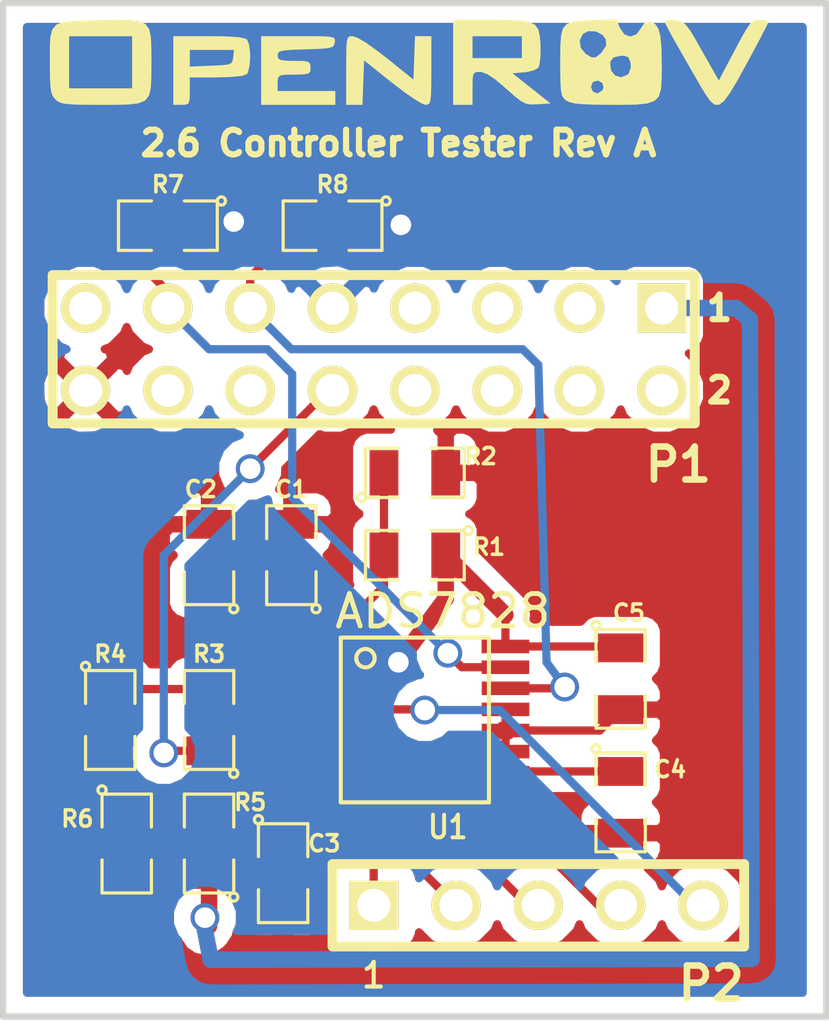
<source format=kicad_pcb>
(kicad_pcb (version 3) (host pcbnew "(2013-05-31 BZR 4019)-stable")

  (general
    (links 38)
    (no_connects 2)
    (area 41.809999 15.5956 67.410001 48.768001)
    (thickness 1.6)
    (drawings 9)
    (tracks 102)
    (zones 0)
    (modules 17)
    (nets 16)
  )

  (page A3)
  (layers
    (15 F.Cu signal)
    (0 B.Cu signal hide)
    (16 B.Adhes user)
    (17 F.Adhes user)
    (18 B.Paste user)
    (19 F.Paste user)
    (20 B.SilkS user)
    (21 F.SilkS user)
    (22 B.Mask user)
    (23 F.Mask user)
    (24 Dwgs.User user)
    (25 Cmts.User user)
    (26 Eco1.User user)
    (27 Eco2.User user)
    (28 Edge.Cuts user)
  )

  (setup
    (last_trace_width 0.254)
    (trace_clearance 0.127)
    (zone_clearance 0.508)
    (zone_45_only no)
    (trace_min 0.254)
    (segment_width 0.2)
    (edge_width 0.2)
    (via_size 0.889)
    (via_drill 0.635)
    (via_min_size 0.889)
    (via_min_drill 0.508)
    (uvia_size 0.508)
    (uvia_drill 0.127)
    (uvias_allowed no)
    (uvia_min_size 0.508)
    (uvia_min_drill 0.127)
    (pcb_text_width 0.3)
    (pcb_text_size 1.5 1.5)
    (mod_edge_width 0.15)
    (mod_text_size 1 1)
    (mod_text_width 0.15)
    (pad_size 0.4191 1.47066)
    (pad_drill 0)
    (pad_to_mask_clearance 0)
    (aux_axis_origin 0 0)
    (visible_elements 7FFFFFFF)
    (pcbplotparams
      (layerselection 284196865)
      (usegerberextensions true)
      (excludeedgelayer true)
      (linewidth 0.150000)
      (plotframeref false)
      (viasonmask false)
      (mode 1)
      (useauxorigin false)
      (hpglpennumber 1)
      (hpglpenspeed 20)
      (hpglpendiameter 15)
      (hpglpenoverlay 2)
      (psnegative false)
      (psa4output false)
      (plotreference true)
      (plotvalue true)
      (plotothertext true)
      (plotinvisibletext false)
      (padsonsilk false)
      (subtractmaskfromsilk false)
      (outputformat 1)
      (mirror false)
      (drillshape 0)
      (scaleselection 1)
      (outputdirectory gerbers/))
  )

  (net 0 "")
  (net 1 /3V3)
  (net 2 /5V)
  (net 3 /CH0)
  (net 4 /CH1)
  (net 5 /CH2)
  (net 6 /CH3)
  (net 7 /CH4)
  (net 8 /CH5)
  (net 9 /CH6)
  (net 10 /CH7)
  (net 11 /REF)
  (net 12 /SCL)
  (net 13 /SDA)
  (net 14 /VBAT)
  (net 15 GND)

  (net_class Default "This is the default net class."
    (clearance 0.127)
    (trace_width 0.254)
    (via_dia 0.889)
    (via_drill 0.635)
    (uvia_dia 0.508)
    (uvia_drill 0.127)
    (add_net "")
    (add_net /5V)
    (add_net /CH0)
    (add_net /CH1)
    (add_net /CH2)
    (add_net /CH3)
    (add_net /CH4)
    (add_net /CH5)
    (add_net /CH6)
    (add_net /CH7)
    (add_net /REF)
    (add_net /SCL)
    (add_net /SDA)
    (add_net GND)
  )

  (net_class /VBAT ""
    (clearance 0.254)
    (trace_width 0.508)
    (via_dia 0.889)
    (via_drill 0.635)
    (uvia_dia 0.508)
    (uvia_drill 0.127)
    (add_net /3V3)
    (add_net /VBAT)
  )

  (module tssop-16 (layer F.Cu) (tedit 52E85146) (tstamp 52E2B6C5)
    (at 54.61 39.37 270)
    (descr TSSOP-16)
    (path /52E19F8A)
    (attr smd)
    (fp_text reference U1 (at 3.302 -1.016 360) (layer F.SilkS)
      (effects (font (size 0.70104 0.59944) (thickness 0.11938)))
    )
    (fp_text value ADS7828 (at -3.3528 -0.8636 360) (layer F.SilkS)
      (effects (font (size 1.00076 1.00076) (thickness 0.14986)))
    )
    (fp_circle (center -1.905 1.524) (end -2.032 1.778) (layer F.SilkS) (width 0.127))
    (fp_line (start 2.54 -2.286) (end -2.54 -2.286) (layer F.SilkS) (width 0.127))
    (fp_line (start -2.54 -2.286) (end -2.54 2.286) (layer F.SilkS) (width 0.127))
    (fp_line (start -2.54 2.286) (end 2.54 2.286) (layer F.SilkS) (width 0.127))
    (fp_line (start 2.54 2.286) (end 2.54 -2.286) (layer F.SilkS) (width 0.127))
    (pad 4 smd rect (at -0.32512 2.79908 270) (size 0.4191 1.47066)
      (layers F.Cu F.Paste F.Mask)
      (net 6 /CH3)
    )
    (pad 5 smd rect (at 0.32512 2.79908 270) (size 0.4191 1.47066)
      (layers F.Cu F.Paste F.Mask)
      (net 7 /CH4)
    )
    (pad 6 smd rect (at 0.97536 2.79908 270) (size 0.4191 1.47066)
      (layers F.Cu F.Paste F.Mask)
      (net 8 /CH5)
    )
    (pad 7 smd rect (at 1.6256 2.79908 270) (size 0.4191 1.47066)
      (layers F.Cu F.Paste F.Mask)
      (net 9 /CH6)
    )
    (pad 16 smd rect (at -2.26568 -2.794 270) (size 0.4191 1.47066)
      (layers F.Cu F.Paste F.Mask)
      (net 1 /3V3)
    )
    (pad 1 smd rect (at -2.27584 2.79908 270) (size 0.4191 1.47066)
      (layers F.Cu F.Paste F.Mask)
      (net 3 /CH0)
    )
    (pad 2 smd rect (at -1.6256 2.79908 270) (size 0.4191 1.47066)
      (layers F.Cu F.Paste F.Mask)
      (net 4 /CH1)
    )
    (pad 3 smd rect (at -0.97536 2.79908 270) (size 0.4191 1.47066)
      (layers F.Cu F.Paste F.Mask)
      (net 5 /CH2)
    )
    (pad 9 smd rect (at 2.27584 -2.79908 270) (size 0.4191 1.47066)
      (layers F.Cu F.Paste F.Mask)
      (net 15 GND)
    )
    (pad 10 smd rect (at 1.6256 -2.79908 270) (size 0.4191 1.47066)
      (layers F.Cu F.Paste F.Mask)
      (net 11 /REF)
    )
    (pad 11 smd rect (at 0.97536 -2.79908 270) (size 0.4191 1.47066)
      (layers F.Cu F.Paste F.Mask)
      (net 15 GND)
    )
    (pad 12 smd rect (at 0.32512 -2.79908 270) (size 0.4191 1.47066)
      (layers F.Cu F.Paste F.Mask)
      (net 15 GND)
    )
    (pad 13 smd rect (at -0.32512 -2.79908 270) (size 0.4191 1.47066)
      (layers F.Cu F.Paste F.Mask)
      (net 15 GND)
    )
    (pad 14 smd rect (at -0.97536 -2.79908 270) (size 0.4191 1.47066)
      (layers F.Cu F.Paste F.Mask)
      (net 12 /SCL)
    )
    (pad 8 smd rect (at 2.27584 2.79908 270) (size 0.4191 1.47066)
      (layers F.Cu F.Paste F.Mask)
      (net 10 /CH7)
    )
    (pad 15 smd rect (at -1.6256 -2.794 270) (size 0.4191 1.47066)
      (layers F.Cu F.Paste F.Mask)
      (net 13 /SDA)
    )
    (model smd/smd_dil/tssop-16.wrl
      (at (xyz 0 0 0))
      (scale (xyz 1 1 1))
      (rotate (xyz 0 0 0))
    )
  )

  (module LOGO (layer F.Cu) (tedit 52E84B27) (tstamp 52E32173)
    (at 54.102 19.05)
    (fp_text reference "" (at 0 2.286) (layer F.SilkS) hide
      (effects (font (size 1.524 1.524) (thickness 0.3048)))
    )
    (fp_text value "" (at 0 -2.286) (layer F.SilkS) hide
      (effects (font (size 1.524 1.524) (thickness 0.3048)))
    )
    (fp_poly (pts (xy -7.62 0.0381) (xy -7.62254 0.49784) (xy -7.64032 0.83566) (xy -7.6962 1.06934)
      (xy -7.81558 1.22174) (xy -8.01878 1.30556) (xy -8.21436 1.32842) (xy -8.21436 0.84582)
      (xy -8.21436 0.04064) (xy -8.21436 -0.762) (xy -9.18718 -0.762) (xy -10.16 -0.762)
      (xy -10.16 0.04064) (xy -10.16 0.84582) (xy -9.18718 0.84582) (xy -8.21436 0.84582)
      (xy -8.21436 1.32842) (xy -8.32866 1.34366) (xy -8.77062 1.35382) (xy -9.2075 1.35382)
      (xy -9.68756 1.35128) (xy -10.03046 1.34366) (xy -10.2616 1.32334) (xy -10.414 1.29286)
      (xy -10.5156 1.24206) (xy -10.58418 1.18364) (xy -10.66038 1.0922) (xy -10.70864 0.96774)
      (xy -10.73658 0.77978) (xy -10.74928 0.49022) (xy -10.75436 0.06858) (xy -10.75436 0.05842)
      (xy -10.75436 -0.40386) (xy -10.73658 -0.73914) (xy -10.67816 -0.96774) (xy -10.55624 -1.11506)
      (xy -10.34796 -1.19634) (xy -10.03046 -1.23444) (xy -9.58088 -1.24968) (xy -9.27354 -1.2573)
      (xy -8.70712 -1.26746) (xy -8.28802 -1.26238) (xy -7.99084 -1.22428) (xy -7.80034 -1.13284)
      (xy -7.68858 -0.97282) (xy -7.63778 -0.72644) (xy -7.62254 -0.37846) (xy -7.62 0.0381)
      (xy -7.62 0.0381)) (layer F.SilkS) (width 0.00254))
    (fp_poly (pts (xy -4.572 -0.127) (xy -4.59232 0.1397) (xy -4.64058 0.34544) (xy -4.6736 0.4064)
      (xy -4.82092 0.45974) (xy -5.06984 0.48514) (xy -5.06984 -0.34036) (xy -5.7531 -0.34036)
      (xy -6.43636 -0.34036) (xy -6.43636 -0.08128) (xy -6.43636 0.17526) (xy -5.7785 0.14986)
      (xy -5.45084 0.13462) (xy -5.25272 0.11176) (xy -5.15112 0.06604) (xy -5.11048 -0.01524)
      (xy -5.09778 -0.10668) (xy -5.06984 -0.34036) (xy -5.06984 0.48514) (xy -5.1181 0.49276)
      (xy -5.55752 0.50546) (xy -5.60578 0.508) (xy -6.43636 0.508) (xy -6.43636 0.92964)
      (xy -6.44144 1.1811) (xy -6.47446 1.30556) (xy -6.56336 1.34874) (xy -6.69036 1.35382)
      (xy -6.94436 1.35382) (xy -6.94436 0.29464) (xy -6.94436 -0.762) (xy -5.85978 -0.762)
      (xy -5.31622 -0.75438) (xy -4.9403 -0.73152) (xy -4.7244 -0.68834) (xy -4.6736 -0.6604)
      (xy -4.61518 -0.52324) (xy -4.57962 -0.28194) (xy -4.572 -0.127) (xy -4.572 -0.127)) (layer F.SilkS) (width 0.00254))
    (fp_poly (pts (xy -1.94818 1.35382) (xy -3.09118 1.35382) (xy -4.23418 1.35382) (xy -4.23418 0.29464)
      (xy -4.23418 -0.762) (xy -3.0861 -0.762) (xy -2.62636 -0.762) (xy -2.30886 -0.75692)
      (xy -2.11074 -0.74168) (xy -2.00406 -0.71628) (xy -1.96088 -0.67056) (xy -1.96088 -0.60198)
      (xy -1.96342 -0.5715) (xy -1.98628 -0.48768) (xy -2.04216 -0.42926) (xy -2.16408 -0.39624)
      (xy -2.38506 -0.37592) (xy -2.73558 -0.36068) (xy -2.8575 -0.35814) (xy -3.2512 -0.34544)
      (xy -3.50266 -0.32512) (xy -3.64744 -0.29718) (xy -3.71094 -0.24892) (xy -3.72618 -0.17526)
      (xy -3.72618 -0.16764) (xy -3.7084 -0.07366) (xy -3.62458 -0.0254) (xy -3.43662 -0.00508)
      (xy -3.21818 0) (xy -2.93624 0.00254) (xy -2.78384 0.02794) (xy -2.72288 0.0889)
      (xy -2.71018 0.2032) (xy -2.71018 0.21082) (xy -2.72034 0.32766) (xy -2.7813 0.39116)
      (xy -2.92608 0.41656) (xy -3.2004 0.42164) (xy -3.21818 0.42164) (xy -3.50012 0.42418)
      (xy -3.65252 0.44958) (xy -3.71348 0.51308) (xy -3.72618 0.635) (xy -3.72618 0.67564)
      (xy -3.72618 0.92964) (xy -2.83718 0.92964) (xy -1.94818 0.92964) (xy -1.94818 1.143)
      (xy -1.94818 1.35382) (xy -1.94818 1.35382)) (layer F.SilkS) (width 0.00254))
    (fp_poly (pts (xy 1.016 0.29464) (xy 1.01346 0.73406) (xy 1.00584 1.03124) (xy 0.98806 1.21412)
      (xy 0.95504 1.31064) (xy 0.90424 1.3462) (xy 0.83566 1.35382) (xy 0.70358 1.30302)
      (xy 0.47498 1.16332) (xy 0.17526 0.95504) (xy -0.15748 0.70104) (xy -0.20066 0.66802)
      (xy -1.05918 -0.01778) (xy -1.08458 0.66802) (xy -1.10998 1.35382) (xy -1.3589 1.35382)
      (xy -1.61036 1.35382) (xy -1.61036 0.29464) (xy -1.60782 -0.14224) (xy -1.60274 -0.43942)
      (xy -1.58496 -0.6223) (xy -1.55448 -0.71882) (xy -1.50114 -0.75692) (xy -1.41986 -0.762)
      (xy -1.4097 -0.762) (xy -1.24714 -0.70612) (xy -0.98044 -0.5461) (xy -0.62992 -0.29464)
      (xy -0.37084 -0.09398) (xy 0.46482 0.57658) (xy 0.49022 -0.09398) (xy 0.51308 -0.76454)
      (xy 0.76454 -0.762) (xy 1.016 -0.762) (xy 1.016 0.29464) (xy 1.016 0.29464)) (layer F.SilkS) (width 0.00254))
    (fp_poly (pts (xy 4.69138 1.31064) (xy 4.29006 1.33604) (xy 4.09194 1.34366) (xy 3.937 1.31826)
      (xy 3.78206 1.23952) (xy 3.58648 1.08712) (xy 3.31978 0.8509) (xy 2.9845 0.56642)
      (xy 2.73304 0.40132) (xy 2.54508 0.33782) (xy 2.51968 0.33782) (xy 2.39014 0.34544)
      (xy 2.31902 0.39624) (xy 2.29108 0.53086) (xy 2.286 0.78994) (xy 2.286 0.84582)
      (xy 2.286 1.35382) (xy 1.98882 1.35382) (xy 1.69164 1.35382) (xy 1.69164 0.04064)
      (xy 1.69164 -1.27) (xy 2.81432 -1.27) (xy 3.35788 -1.26492) (xy 3.75666 -1.24714)
      (xy 4.03352 -1.19888) (xy 4.21132 -1.11506) (xy 4.31292 -0.9779) (xy 4.36118 -0.77978)
      (xy 4.38404 -0.508) (xy 4.38404 -0.47752) (xy 4.38404 -0.1397) (xy 4.35356 0.10922)
      (xy 4.31292 0.21336) (xy 4.17322 0.2921) (xy 3.94208 0.34544) (xy 3.86842 0.35306)
      (xy 3.81 0.3556) (xy 3.81 -0.08636) (xy 3.81 -0.42418) (xy 3.81 -0.762)
      (xy 3.048 -0.762) (xy 2.286 -0.762) (xy 2.286 -0.42418) (xy 2.286 -0.08636)
      (xy 3.048 -0.08636) (xy 3.81 -0.08636) (xy 3.81 0.3556) (xy 3.5179 0.381)
      (xy 4.10464 0.84582) (xy 4.69138 1.31064) (xy 4.69138 1.31064)) (layer F.SilkS) (width 0.00254))
    (fp_poly (pts (xy 8.128 0.13208) (xy 8.12292 0.56134) (xy 8.10006 0.87884) (xy 8.03402 1.09728)
      (xy 7.8994 1.23444) (xy 7.67842 1.31064) (xy 7.34314 1.3462) (xy 7.17296 1.34874)
      (xy 7.17296 0.19558) (xy 7.16026 0.0381) (xy 7.09422 -0.1143) (xy 6.96468 -0.16002)
      (xy 6.8326 -0.15494) (xy 6.6294 -0.10414) (xy 6.54304 0.01778) (xy 6.53288 0.06604)
      (xy 6.56082 0.29718) (xy 6.69036 0.45212) (xy 6.8707 0.50546) (xy 7.05866 0.4318)
      (xy 7.10946 0.381) (xy 7.17296 0.19558) (xy 7.17296 1.34874) (xy 6.87324 1.35382)
      (xy 6.5786 1.35382) (xy 6.4135 1.35128) (xy 6.4135 -0.47244) (xy 6.39826 -0.67056)
      (xy 6.2992 -0.8001) (xy 6.09346 -0.91186) (xy 5.8547 -0.91694) (xy 5.6896 -0.83058)
      (xy 5.59308 -0.63246) (xy 5.6261 -0.40386) (xy 5.77596 -0.21844) (xy 5.96138 -0.10668)
      (xy 6.096 -0.1143) (xy 6.25348 -0.24384) (xy 6.26364 -0.254) (xy 6.4135 -0.47244)
      (xy 6.4135 1.35128) (xy 6.33222 1.35128) (xy 6.33222 0.82296) (xy 6.29412 0.68072)
      (xy 6.16458 0.60706) (xy 6.01472 0.64008) (xy 5.9944 0.65786) (xy 5.93852 0.80264)
      (xy 5.99694 0.94234) (xy 6.12902 1.00076) (xy 6.15696 0.99822) (xy 6.2992 0.9017)
      (xy 6.33222 0.82296) (xy 6.33222 1.35128) (xy 6.06806 1.34874) (xy 5.69976 1.33604)
      (xy 5.44576 1.31064) (xy 5.27812 1.27) (xy 5.1816 1.22174) (xy 5.10286 1.1557)
      (xy 5.04952 1.06934) (xy 5.01904 0.92964) (xy 5.00126 0.70612) (xy 4.99364 0.36576)
      (xy 4.99364 0.04572) (xy 4.99618 -0.43942) (xy 5.01904 -0.78232) (xy 5.08 -1.00838)
      (xy 5.20192 -1.143) (xy 5.40258 -1.21412) (xy 5.7023 -1.2446) (xy 6.00202 -1.2573)
      (xy 6.731 -1.28524) (xy 6.82752 -1.02362) (xy 6.9723 -0.81788) (xy 7.16026 -0.7493)
      (xy 7.35076 -0.82296) (xy 7.47522 -0.99568) (xy 7.59206 -1.1684) (xy 7.75716 -1.20396)
      (xy 7.7724 -1.20142) (xy 7.91464 -1.14554) (xy 8.0137 -1.01092) (xy 8.07974 -0.77724)
      (xy 8.1153 -0.42164) (xy 8.12546 0.08128) (xy 8.128 0.13208) (xy 8.128 0.13208)) (layer F.SilkS) (width 0.00254))
    (fp_poly (pts (xy 11.43 -1.22174) (xy 11.38936 -1.13538) (xy 11.28268 -0.9271) (xy 11.12266 -0.61722)
      (xy 10.91946 -0.23876) (xy 10.74166 0.0889) (xy 10.45464 0.61214) (xy 10.22604 0.99314)
      (xy 10.0457 1.23698) (xy 9.8933 1.35128) (xy 9.75614 1.34874) (xy 9.61898 1.2319)
      (xy 9.46404 1.01092) (xy 9.32688 0.78232) (xy 8.96366 0.1524) (xy 8.68172 -0.34036)
      (xy 8.4709 -0.71374) (xy 8.32612 -0.97536) (xy 8.2423 -1.14046) (xy 8.21182 -1.21666)
      (xy 8.21182 -1.22174) (xy 8.28548 -1.25476) (xy 8.4709 -1.25984) (xy 8.52932 -1.25476)
      (xy 8.66394 -1.23698) (xy 8.77316 -1.19634) (xy 8.8773 -1.10236) (xy 9.00176 -0.93472)
      (xy 9.16432 -0.66802) (xy 9.36498 -0.31242) (xy 9.88568 0.60452) (xy 10.38098 -0.33274)
      (xy 10.58926 -0.72136) (xy 10.74166 -0.98552) (xy 10.85342 -1.14808) (xy 10.94994 -1.23444)
      (xy 11.049 -1.26492) (xy 11.15314 -1.27) (xy 11.3411 -1.2573) (xy 11.42746 -1.22682)
      (xy 11.43 -1.22174) (xy 11.43 -1.22174)) (layer F.SilkS) (width 0.00254))
  )

  (module SM0805 (layer F.Cu) (tedit 52E84A74) (tstamp 52E3243B)
    (at 54.61 31.75)
    (path /52E1A019)
    (attr smd)
    (fp_text reference R2 (at 2.032 -0.508) (layer F.SilkS)
      (effects (font (size 0.50038 0.50038) (thickness 0.10922)))
    )
    (fp_text value "" (at 0 0.381) (layer F.SilkS)
      (effects (font (size 0.50038 0.50038) (thickness 0.10922)))
    )
    (fp_circle (center -1.651 0.762) (end -1.651 0.635) (layer F.SilkS) (width 0.09906))
    (fp_line (start -0.508 0.762) (end -1.524 0.762) (layer F.SilkS) (width 0.09906))
    (fp_line (start -1.524 0.762) (end -1.524 -0.762) (layer F.SilkS) (width 0.09906))
    (fp_line (start -1.524 -0.762) (end -0.508 -0.762) (layer F.SilkS) (width 0.09906))
    (fp_line (start 0.508 -0.762) (end 1.524 -0.762) (layer F.SilkS) (width 0.09906))
    (fp_line (start 1.524 -0.762) (end 1.524 0.762) (layer F.SilkS) (width 0.09906))
    (fp_line (start 1.524 0.762) (end 0.508 0.762) (layer F.SilkS) (width 0.09906))
    (pad 1 smd rect (at -0.9525 0) (size 0.889 1.397)
      (layers F.Cu F.Paste F.Mask)
      (net 3 /CH0)
    )
    (pad 2 smd rect (at 0.9525 0) (size 0.889 1.397)
      (layers F.Cu F.Paste F.Mask)
      (net 15 GND)
    )
    (model smd/chip_cms.wrl
      (at (xyz 0 0 0))
      (scale (xyz 0.1 0.1 0.1))
      (rotate (xyz 0 0 0))
    )
  )

  (module SM0805 (layer F.Cu) (tedit 52E84A72) (tstamp 52E32448)
    (at 54.61 34.29 180)
    (path /52E1A028)
    (attr smd)
    (fp_text reference R1 (at -2.286 0.254 180) (layer F.SilkS)
      (effects (font (size 0.50038 0.50038) (thickness 0.10922)))
    )
    (fp_text value "" (at 0 0.381 180) (layer F.SilkS)
      (effects (font (size 0.50038 0.50038) (thickness 0.10922)))
    )
    (fp_circle (center -1.651 0.762) (end -1.651 0.635) (layer F.SilkS) (width 0.09906))
    (fp_line (start -0.508 0.762) (end -1.524 0.762) (layer F.SilkS) (width 0.09906))
    (fp_line (start -1.524 0.762) (end -1.524 -0.762) (layer F.SilkS) (width 0.09906))
    (fp_line (start -1.524 -0.762) (end -0.508 -0.762) (layer F.SilkS) (width 0.09906))
    (fp_line (start 0.508 -0.762) (end 1.524 -0.762) (layer F.SilkS) (width 0.09906))
    (fp_line (start 1.524 -0.762) (end 1.524 0.762) (layer F.SilkS) (width 0.09906))
    (fp_line (start 1.524 0.762) (end 0.508 0.762) (layer F.SilkS) (width 0.09906))
    (pad 1 smd rect (at -0.9525 0 180) (size 0.889 1.397)
      (layers F.Cu F.Paste F.Mask)
      (net 1 /3V3)
    )
    (pad 2 smd rect (at 0.9525 0 180) (size 0.889 1.397)
      (layers F.Cu F.Paste F.Mask)
      (net 3 /CH0)
    )
    (model smd/chip_cms.wrl
      (at (xyz 0 0 0))
      (scale (xyz 0.1 0.1 0.1))
      (rotate (xyz 0 0 0))
    )
  )

  (module SM0805 (layer F.Cu) (tedit 52E84A62) (tstamp 52E32455)
    (at 48.26 39.37 90)
    (path /52E1A037)
    (attr smd)
    (fp_text reference R3 (at 2.032 0 180) (layer F.SilkS)
      (effects (font (size 0.50038 0.50038) (thickness 0.10922)))
    )
    (fp_text value "" (at 0 0.381 90) (layer F.SilkS)
      (effects (font (size 0.50038 0.50038) (thickness 0.10922)))
    )
    (fp_circle (center -1.651 0.762) (end -1.651 0.635) (layer F.SilkS) (width 0.09906))
    (fp_line (start -0.508 0.762) (end -1.524 0.762) (layer F.SilkS) (width 0.09906))
    (fp_line (start -1.524 0.762) (end -1.524 -0.762) (layer F.SilkS) (width 0.09906))
    (fp_line (start -1.524 -0.762) (end -0.508 -0.762) (layer F.SilkS) (width 0.09906))
    (fp_line (start 0.508 -0.762) (end 1.524 -0.762) (layer F.SilkS) (width 0.09906))
    (fp_line (start 1.524 -0.762) (end 1.524 0.762) (layer F.SilkS) (width 0.09906))
    (fp_line (start 1.524 0.762) (end 0.508 0.762) (layer F.SilkS) (width 0.09906))
    (pad 1 smd rect (at -0.9525 0 90) (size 0.889 1.397)
      (layers F.Cu F.Paste F.Mask)
      (net 2 /5V)
    )
    (pad 2 smd rect (at 0.9525 0 90) (size 0.889 1.397)
      (layers F.Cu F.Paste F.Mask)
      (net 4 /CH1)
    )
    (model smd/chip_cms.wrl
      (at (xyz 0 0 0))
      (scale (xyz 0.1 0.1 0.1))
      (rotate (xyz 0 0 0))
    )
  )

  (module SM0805 (layer F.Cu) (tedit 52E84AB3) (tstamp 52E32462)
    (at 48.26 43.18 90)
    (path /52E1A046)
    (attr smd)
    (fp_text reference R5 (at 1.27 1.27 180) (layer F.SilkS)
      (effects (font (size 0.50038 0.50038) (thickness 0.10922)))
    )
    (fp_text value "" (at 0 0.381 90) (layer F.SilkS)
      (effects (font (size 0.50038 0.50038) (thickness 0.10922)))
    )
    (fp_circle (center -1.651 0.762) (end -1.651 0.635) (layer F.SilkS) (width 0.09906))
    (fp_line (start -0.508 0.762) (end -1.524 0.762) (layer F.SilkS) (width 0.09906))
    (fp_line (start -1.524 0.762) (end -1.524 -0.762) (layer F.SilkS) (width 0.09906))
    (fp_line (start -1.524 -0.762) (end -0.508 -0.762) (layer F.SilkS) (width 0.09906))
    (fp_line (start 0.508 -0.762) (end 1.524 -0.762) (layer F.SilkS) (width 0.09906))
    (fp_line (start 1.524 -0.762) (end 1.524 0.762) (layer F.SilkS) (width 0.09906))
    (fp_line (start 1.524 0.762) (end 0.508 0.762) (layer F.SilkS) (width 0.09906))
    (pad 1 smd rect (at -0.9525 0 90) (size 0.889 1.397)
      (layers F.Cu F.Paste F.Mask)
      (net 14 /VBAT)
    )
    (pad 2 smd rect (at 0.9525 0 90) (size 0.889 1.397)
      (layers F.Cu F.Paste F.Mask)
      (net 5 /CH2)
    )
    (model smd/chip_cms.wrl
      (at (xyz 0 0 0))
      (scale (xyz 0.1 0.1 0.1))
      (rotate (xyz 0 0 0))
    )
  )

  (module SM0805 (layer F.Cu) (tedit 52E84A67) (tstamp 52E3246F)
    (at 45.212 39.37 270)
    (path /52E1A055)
    (attr smd)
    (fp_text reference R4 (at -2.032 0 360) (layer F.SilkS)
      (effects (font (size 0.50038 0.50038) (thickness 0.10922)))
    )
    (fp_text value "" (at 0 0.381 270) (layer F.SilkS)
      (effects (font (size 0.50038 0.50038) (thickness 0.10922)))
    )
    (fp_circle (center -1.651 0.762) (end -1.651 0.635) (layer F.SilkS) (width 0.09906))
    (fp_line (start -0.508 0.762) (end -1.524 0.762) (layer F.SilkS) (width 0.09906))
    (fp_line (start -1.524 0.762) (end -1.524 -0.762) (layer F.SilkS) (width 0.09906))
    (fp_line (start -1.524 -0.762) (end -0.508 -0.762) (layer F.SilkS) (width 0.09906))
    (fp_line (start 0.508 -0.762) (end 1.524 -0.762) (layer F.SilkS) (width 0.09906))
    (fp_line (start 1.524 -0.762) (end 1.524 0.762) (layer F.SilkS) (width 0.09906))
    (fp_line (start 1.524 0.762) (end 0.508 0.762) (layer F.SilkS) (width 0.09906))
    (pad 1 smd rect (at -0.9525 0 270) (size 0.889 1.397)
      (layers F.Cu F.Paste F.Mask)
      (net 4 /CH1)
    )
    (pad 2 smd rect (at 0.9525 0 270) (size 0.889 1.397)
      (layers F.Cu F.Paste F.Mask)
      (net 15 GND)
    )
    (model smd/chip_cms.wrl
      (at (xyz 0 0 0))
      (scale (xyz 0.1 0.1 0.1))
      (rotate (xyz 0 0 0))
    )
  )

  (module SM0805 (layer F.Cu) (tedit 52E84AB1) (tstamp 52E3247C)
    (at 45.72 43.18 270)
    (path /52E1A073)
    (attr smd)
    (fp_text reference R6 (at -0.762 1.524 360) (layer F.SilkS)
      (effects (font (size 0.50038 0.50038) (thickness 0.10922)))
    )
    (fp_text value "" (at 0 0.381 270) (layer F.SilkS)
      (effects (font (size 0.50038 0.50038) (thickness 0.10922)))
    )
    (fp_circle (center -1.651 0.762) (end -1.651 0.635) (layer F.SilkS) (width 0.09906))
    (fp_line (start -0.508 0.762) (end -1.524 0.762) (layer F.SilkS) (width 0.09906))
    (fp_line (start -1.524 0.762) (end -1.524 -0.762) (layer F.SilkS) (width 0.09906))
    (fp_line (start -1.524 -0.762) (end -0.508 -0.762) (layer F.SilkS) (width 0.09906))
    (fp_line (start 0.508 -0.762) (end 1.524 -0.762) (layer F.SilkS) (width 0.09906))
    (fp_line (start 1.524 -0.762) (end 1.524 0.762) (layer F.SilkS) (width 0.09906))
    (fp_line (start 1.524 0.762) (end 0.508 0.762) (layer F.SilkS) (width 0.09906))
    (pad 1 smd rect (at -0.9525 0 270) (size 0.889 1.397)
      (layers F.Cu F.Paste F.Mask)
      (net 5 /CH2)
    )
    (pad 2 smd rect (at 0.9525 0 270) (size 0.889 1.397)
      (layers F.Cu F.Paste F.Mask)
      (net 15 GND)
    )
    (model smd/chip_cms.wrl
      (at (xyz 0 0 0))
      (scale (xyz 0.1 0.1 0.1))
      (rotate (xyz 0 0 0))
    )
  )

  (module SM0805 (layer F.Cu) (tedit 52E84A87) (tstamp 52E32489)
    (at 60.96 41.91 270)
    (path /52E1A29F)
    (attr smd)
    (fp_text reference C4 (at -1.016 -1.524 360) (layer F.SilkS)
      (effects (font (size 0.50038 0.50038) (thickness 0.10922)))
    )
    (fp_text value "" (at 0 0.381 270) (layer F.SilkS)
      (effects (font (size 0.50038 0.50038) (thickness 0.10922)))
    )
    (fp_circle (center -1.651 0.762) (end -1.651 0.635) (layer F.SilkS) (width 0.09906))
    (fp_line (start -0.508 0.762) (end -1.524 0.762) (layer F.SilkS) (width 0.09906))
    (fp_line (start -1.524 0.762) (end -1.524 -0.762) (layer F.SilkS) (width 0.09906))
    (fp_line (start -1.524 -0.762) (end -0.508 -0.762) (layer F.SilkS) (width 0.09906))
    (fp_line (start 0.508 -0.762) (end 1.524 -0.762) (layer F.SilkS) (width 0.09906))
    (fp_line (start 1.524 -0.762) (end 1.524 0.762) (layer F.SilkS) (width 0.09906))
    (fp_line (start 1.524 0.762) (end 0.508 0.762) (layer F.SilkS) (width 0.09906))
    (pad 1 smd rect (at -0.9525 0 270) (size 0.889 1.397)
      (layers F.Cu F.Paste F.Mask)
      (net 11 /REF)
    )
    (pad 2 smd rect (at 0.9525 0 270) (size 0.889 1.397)
      (layers F.Cu F.Paste F.Mask)
      (net 15 GND)
    )
    (model smd/chip_cms.wrl
      (at (xyz 0 0 0))
      (scale (xyz 0.1 0.1 0.1))
      (rotate (xyz 0 0 0))
    )
  )

  (module SM0805 (layer F.Cu) (tedit 52E84A7F) (tstamp 52E32496)
    (at 60.96 38.1 270)
    (path /52E1A2DD)
    (attr smd)
    (fp_text reference C5 (at -2.032 -0.254 360) (layer F.SilkS)
      (effects (font (size 0.50038 0.50038) (thickness 0.10922)))
    )
    (fp_text value "" (at 0 0.381 270) (layer F.SilkS)
      (effects (font (size 0.50038 0.50038) (thickness 0.10922)))
    )
    (fp_circle (center -1.651 0.762) (end -1.651 0.635) (layer F.SilkS) (width 0.09906))
    (fp_line (start -0.508 0.762) (end -1.524 0.762) (layer F.SilkS) (width 0.09906))
    (fp_line (start -1.524 0.762) (end -1.524 -0.762) (layer F.SilkS) (width 0.09906))
    (fp_line (start -1.524 -0.762) (end -0.508 -0.762) (layer F.SilkS) (width 0.09906))
    (fp_line (start 0.508 -0.762) (end 1.524 -0.762) (layer F.SilkS) (width 0.09906))
    (fp_line (start 1.524 -0.762) (end 1.524 0.762) (layer F.SilkS) (width 0.09906))
    (fp_line (start 1.524 0.762) (end 0.508 0.762) (layer F.SilkS) (width 0.09906))
    (pad 1 smd rect (at -0.9525 0 270) (size 0.889 1.397)
      (layers F.Cu F.Paste F.Mask)
      (net 1 /3V3)
    )
    (pad 2 smd rect (at 0.9525 0 270) (size 0.889 1.397)
      (layers F.Cu F.Paste F.Mask)
      (net 15 GND)
    )
    (model smd/chip_cms.wrl
      (at (xyz 0 0 0))
      (scale (xyz 0.1 0.1 0.1))
      (rotate (xyz 0 0 0))
    )
  )

  (module SM0805 (layer F.Cu) (tedit 52E84AD6) (tstamp 52E324A3)
    (at 46.99 24.13 180)
    (path /52E1A42C)
    (attr smd)
    (fp_text reference R7 (at 0 1.27 180) (layer F.SilkS)
      (effects (font (size 0.50038 0.50038) (thickness 0.10922)))
    )
    (fp_text value "" (at 0 0.381 180) (layer F.SilkS)
      (effects (font (size 0.50038 0.50038) (thickness 0.10922)))
    )
    (fp_circle (center -1.651 0.762) (end -1.651 0.635) (layer F.SilkS) (width 0.09906))
    (fp_line (start -0.508 0.762) (end -1.524 0.762) (layer F.SilkS) (width 0.09906))
    (fp_line (start -1.524 0.762) (end -1.524 -0.762) (layer F.SilkS) (width 0.09906))
    (fp_line (start -1.524 -0.762) (end -0.508 -0.762) (layer F.SilkS) (width 0.09906))
    (fp_line (start 0.508 -0.762) (end 1.524 -0.762) (layer F.SilkS) (width 0.09906))
    (fp_line (start 1.524 -0.762) (end 1.524 0.762) (layer F.SilkS) (width 0.09906))
    (fp_line (start 1.524 0.762) (end 0.508 0.762) (layer F.SilkS) (width 0.09906))
    (pad 1 smd rect (at -0.9525 0 180) (size 0.889 1.397)
      (layers F.Cu F.Paste F.Mask)
      (net 1 /3V3)
    )
    (pad 2 smd rect (at 0.9525 0 180) (size 0.889 1.397)
      (layers F.Cu F.Paste F.Mask)
      (net 13 /SDA)
    )
    (model smd/chip_cms.wrl
      (at (xyz 0 0 0))
      (scale (xyz 0.1 0.1 0.1))
      (rotate (xyz 0 0 0))
    )
  )

  (module SM0805 (layer F.Cu) (tedit 52E84AD4) (tstamp 52E324B0)
    (at 52.07 24.13 180)
    (path /52E1A43B)
    (attr smd)
    (fp_text reference R8 (at 0 1.27 180) (layer F.SilkS)
      (effects (font (size 0.50038 0.50038) (thickness 0.10922)))
    )
    (fp_text value "" (at 0 0.381 180) (layer F.SilkS)
      (effects (font (size 0.50038 0.50038) (thickness 0.10922)))
    )
    (fp_circle (center -1.651 0.762) (end -1.651 0.635) (layer F.SilkS) (width 0.09906))
    (fp_line (start -0.508 0.762) (end -1.524 0.762) (layer F.SilkS) (width 0.09906))
    (fp_line (start -1.524 0.762) (end -1.524 -0.762) (layer F.SilkS) (width 0.09906))
    (fp_line (start -1.524 -0.762) (end -0.508 -0.762) (layer F.SilkS) (width 0.09906))
    (fp_line (start 0.508 -0.762) (end 1.524 -0.762) (layer F.SilkS) (width 0.09906))
    (fp_line (start 1.524 -0.762) (end 1.524 0.762) (layer F.SilkS) (width 0.09906))
    (fp_line (start 1.524 0.762) (end 0.508 0.762) (layer F.SilkS) (width 0.09906))
    (pad 1 smd rect (at -0.9525 0 180) (size 0.889 1.397)
      (layers F.Cu F.Paste F.Mask)
      (net 1 /3V3)
    )
    (pad 2 smd rect (at 0.9525 0 180) (size 0.889 1.397)
      (layers F.Cu F.Paste F.Mask)
      (net 12 /SCL)
    )
    (model smd/chip_cms.wrl
      (at (xyz 0 0 0))
      (scale (xyz 0.1 0.1 0.1))
      (rotate (xyz 0 0 0))
    )
  )

  (module SM0805 (layer F.Cu) (tedit 52E84AB5) (tstamp 52E324BD)
    (at 50.546 44.0944 270)
    (path /52E2CA23)
    (attr smd)
    (fp_text reference C3 (at -0.9144 -1.27 360) (layer F.SilkS)
      (effects (font (size 0.50038 0.50038) (thickness 0.10922)))
    )
    (fp_text value "" (at 0 0.381 270) (layer F.SilkS)
      (effects (font (size 0.50038 0.50038) (thickness 0.10922)))
    )
    (fp_circle (center -1.651 0.762) (end -1.651 0.635) (layer F.SilkS) (width 0.09906))
    (fp_line (start -0.508 0.762) (end -1.524 0.762) (layer F.SilkS) (width 0.09906))
    (fp_line (start -1.524 0.762) (end -1.524 -0.762) (layer F.SilkS) (width 0.09906))
    (fp_line (start -1.524 -0.762) (end -0.508 -0.762) (layer F.SilkS) (width 0.09906))
    (fp_line (start 0.508 -0.762) (end 1.524 -0.762) (layer F.SilkS) (width 0.09906))
    (fp_line (start 1.524 -0.762) (end 1.524 0.762) (layer F.SilkS) (width 0.09906))
    (fp_line (start 1.524 0.762) (end 0.508 0.762) (layer F.SilkS) (width 0.09906))
    (pad 1 smd rect (at -0.9525 0 270) (size 0.889 1.397)
      (layers F.Cu F.Paste F.Mask)
      (net 5 /CH2)
    )
    (pad 2 smd rect (at 0.9525 0 270) (size 0.889 1.397)
      (layers F.Cu F.Paste F.Mask)
      (net 15 GND)
    )
    (model smd/chip_cms.wrl
      (at (xyz 0 0 0))
      (scale (xyz 0.1 0.1 0.1))
      (rotate (xyz 0 0 0))
    )
  )

  (module SM0805 (layer F.Cu) (tedit 52E84A59) (tstamp 52E324CA)
    (at 48.26 34.29 90)
    (path /52E2CA32)
    (attr smd)
    (fp_text reference C2 (at 2.032 -0.254 180) (layer F.SilkS)
      (effects (font (size 0.50038 0.50038) (thickness 0.10922)))
    )
    (fp_text value "" (at 1.27 -1.778 90) (layer F.SilkS)
      (effects (font (size 0.50038 0.50038) (thickness 0.10922)))
    )
    (fp_circle (center -1.651 0.762) (end -1.651 0.635) (layer F.SilkS) (width 0.09906))
    (fp_line (start -0.508 0.762) (end -1.524 0.762) (layer F.SilkS) (width 0.09906))
    (fp_line (start -1.524 0.762) (end -1.524 -0.762) (layer F.SilkS) (width 0.09906))
    (fp_line (start -1.524 -0.762) (end -0.508 -0.762) (layer F.SilkS) (width 0.09906))
    (fp_line (start 0.508 -0.762) (end 1.524 -0.762) (layer F.SilkS) (width 0.09906))
    (fp_line (start 1.524 -0.762) (end 1.524 0.762) (layer F.SilkS) (width 0.09906))
    (fp_line (start 1.524 0.762) (end 0.508 0.762) (layer F.SilkS) (width 0.09906))
    (pad 1 smd rect (at -0.9525 0 90) (size 0.889 1.397)
      (layers F.Cu F.Paste F.Mask)
      (net 4 /CH1)
    )
    (pad 2 smd rect (at 0.9525 0 90) (size 0.889 1.397)
      (layers F.Cu F.Paste F.Mask)
      (net 15 GND)
    )
    (model smd/chip_cms.wrl
      (at (xyz 0 0 0))
      (scale (xyz 0.1 0.1 0.1))
      (rotate (xyz 0 0 0))
    )
  )

  (module SM0805 (layer F.Cu) (tedit 52E84A5C) (tstamp 52E324D7)
    (at 50.8 34.29 90)
    (path /52E2CA41)
    (attr smd)
    (fp_text reference C1 (at 2.032 0 180) (layer F.SilkS)
      (effects (font (size 0.50038 0.50038) (thickness 0.10922)))
    )
    (fp_text value "" (at 0 0.381 90) (layer F.SilkS)
      (effects (font (size 0.50038 0.50038) (thickness 0.10922)))
    )
    (fp_circle (center -1.651 0.762) (end -1.651 0.635) (layer F.SilkS) (width 0.09906))
    (fp_line (start -0.508 0.762) (end -1.524 0.762) (layer F.SilkS) (width 0.09906))
    (fp_line (start -1.524 0.762) (end -1.524 -0.762) (layer F.SilkS) (width 0.09906))
    (fp_line (start -1.524 -0.762) (end -0.508 -0.762) (layer F.SilkS) (width 0.09906))
    (fp_line (start 0.508 -0.762) (end 1.524 -0.762) (layer F.SilkS) (width 0.09906))
    (fp_line (start 1.524 -0.762) (end 1.524 0.762) (layer F.SilkS) (width 0.09906))
    (fp_line (start 1.524 0.762) (end 0.508 0.762) (layer F.SilkS) (width 0.09906))
    (pad 1 smd rect (at -0.9525 0 90) (size 0.889 1.397)
      (layers F.Cu F.Paste F.Mask)
      (net 3 /CH0)
    )
    (pad 2 smd rect (at 0.9525 0 90) (size 0.889 1.397)
      (layers F.Cu F.Paste F.Mask)
      (net 15 GND)
    )
    (model smd/chip_cms.wrl
      (at (xyz 0 0 0))
      (scale (xyz 0.1 0.1 0.1))
      (rotate (xyz 0 0 0))
    )
  )

  (module pin_array_8x2 (layer F.Cu) (tedit 52E85215) (tstamp 52E32718)
    (at 53.34 27.94 180)
    (descr "Double rangee de contacts 2 x 8 pins")
    (tags CONN)
    (path /52E1A082)
    (fp_text reference "" (at -9.652 -3.302 180) (layer F.SilkS)
      (effects (font (size 1.016 1.016) (thickness 0.2032)))
    )
    (fp_text value "" (at -6.35 3.81 180) (layer F.SilkS)
      (effects (font (size 1.016 1.016) (thickness 0.2032)))
    )
    (fp_line (start -9.906 2.286) (end -9.906 -2.286) (layer F.SilkS) (width 0.3048))
    (fp_line (start -9.906 -2.286) (end 9.906 -2.286) (layer F.SilkS) (width 0.3048))
    (fp_line (start 9.906 -2.286) (end 9.906 2.286) (layer F.SilkS) (width 0.3048))
    (fp_line (start 9.906 2.286) (end -9.906 2.286) (layer F.SilkS) (width 0.3048))
    (pad 1 thru_hole rect (at -8.89 1.27 180) (size 1.524 1.524) (drill 1.016)
      (layers *.Cu *.Mask F.SilkS)
      (net 14 /VBAT)
    )
    (pad 2 thru_hole circle (at -8.89 -1.27 180) (size 1.524 1.524) (drill 1.016)
      (layers *.Cu *.Mask F.SilkS)
    )
    (pad 3 thru_hole circle (at -6.35 1.27 180) (size 1.524 1.524) (drill 1.016)
      (layers *.Cu *.Mask F.SilkS)
    )
    (pad 4 thru_hole circle (at -6.35 -1.27 180) (size 1.524 1.524) (drill 1.016)
      (layers *.Cu *.Mask F.SilkS)
    )
    (pad 5 thru_hole circle (at -3.81 1.27 180) (size 1.524 1.524) (drill 1.016)
      (layers *.Cu *.Mask F.SilkS)
    )
    (pad 6 thru_hole circle (at -3.81 -1.27 180) (size 1.524 1.524) (drill 1.016)
      (layers *.Cu *.Mask F.SilkS)
    )
    (pad 7 thru_hole circle (at -1.27 1.27 180) (size 1.524 1.524) (drill 1.016)
      (layers *.Cu *.Mask F.SilkS)
    )
    (pad 8 thru_hole circle (at -1.27 -1.27 180) (size 1.524 1.524) (drill 1.016)
      (layers *.Cu *.Mask F.SilkS)
    )
    (pad 9 thru_hole circle (at 1.27 1.27 180) (size 1.524 1.524) (drill 1.016)
      (layers *.Cu *.Mask F.SilkS)
      (net 1 /3V3)
    )
    (pad 10 thru_hole circle (at 1.27 -1.27 180) (size 1.524 1.524) (drill 1.016)
      (layers *.Cu *.Mask F.SilkS)
      (net 2 /5V)
    )
    (pad 11 thru_hole circle (at 3.81 1.27 180) (size 1.524 1.524) (drill 1.016)
      (layers *.Cu *.Mask F.SilkS)
      (net 12 /SCL)
    )
    (pad 12 thru_hole circle (at 3.81 -1.27 180) (size 1.524 1.524) (drill 1.016)
      (layers *.Cu *.Mask F.SilkS)
    )
    (pad 13 thru_hole circle (at 6.35 1.27 180) (size 1.524 1.524) (drill 1.016)
      (layers *.Cu *.Mask F.SilkS)
      (net 13 /SDA)
    )
    (pad 14 thru_hole circle (at 6.35 -1.27 180) (size 1.524 1.524) (drill 1.016)
      (layers *.Cu *.Mask F.SilkS)
    )
    (pad 15 thru_hole circle (at 8.89 1.27 180) (size 1.524 1.524) (drill 1.016)
      (layers *.Cu *.Mask F.SilkS)
    )
    (pad 16 thru_hole circle (at 8.89 -1.27 180) (size 1.524 1.524) (drill 1.016)
      (layers *.Cu *.Mask F.SilkS)
      (net 15 GND)
    )
    (model pin_array/pins_array_8x2.wrl
      (at (xyz 0 0 0))
      (scale (xyz 1 1 1))
      (rotate (xyz 0 0 0))
    )
  )

  (module PIN_ARRAY_5x1 (layer F.Cu) (tedit 52E85153) (tstamp 52E9E590)
    (at 58.42 45.085)
    (descr "Double rangee de contacts 2 x 5 pins")
    (tags CONN)
    (path /52E83FB3)
    (fp_text reference P2 (at 5.334 2.413) (layer F.SilkS)
      (effects (font (size 1.016 1.016) (thickness 0.2032)))
    )
    (fp_text value "" (at 0 2.54) (layer F.SilkS) hide
      (effects (font (size 1.016 1.016) (thickness 0.2032)))
    )
    (fp_line (start -6.35 -1.27) (end -6.35 1.27) (layer F.SilkS) (width 0.3048))
    (fp_line (start 6.35 1.27) (end 6.35 -1.27) (layer F.SilkS) (width 0.3048))
    (fp_line (start -6.35 -1.27) (end 6.35 -1.27) (layer F.SilkS) (width 0.3048))
    (fp_line (start 6.35 1.27) (end -6.35 1.27) (layer F.SilkS) (width 0.3048))
    (pad 1 thru_hole rect (at -5.08 0) (size 1.524 1.524) (drill 1.016)
      (layers *.Cu *.Mask F.SilkS)
      (net 10 /CH7)
    )
    (pad 2 thru_hole circle (at -2.54 0) (size 1.524 1.524) (drill 1.016)
      (layers *.Cu *.Mask F.SilkS)
      (net 9 /CH6)
    )
    (pad 3 thru_hole circle (at 0 0) (size 1.524 1.524) (drill 1.016)
      (layers *.Cu *.Mask F.SilkS)
      (net 8 /CH5)
    )
    (pad 4 thru_hole circle (at 2.54 0) (size 1.524 1.524) (drill 1.016)
      (layers *.Cu *.Mask F.SilkS)
      (net 7 /CH4)
    )
    (pad 5 thru_hole circle (at 5.08 0) (size 1.524 1.524) (drill 1.016)
      (layers *.Cu *.Mask F.SilkS)
      (net 6 /CH3)
    )
    (model pin_array/pins_array_5x1.wrl
      (at (xyz 0 0 0))
      (scale (xyz 1 1 1))
      (rotate (xyz 0 0 0))
    )
  )

  (gr_line (start 41.91 48.514) (end 41.91 17.272) (angle 90) (layer Edge.Cuts) (width 0.2))
  (gr_line (start 67.31 48.514) (end 41.91 48.514) (angle 90) (layer Edge.Cuts) (width 0.2))
  (gr_line (start 67.31 17.272) (end 67.31 48.514) (angle 90) (layer Edge.Cuts) (width 0.2))
  (gr_text P1 (at 62.738 31.496) (layer F.SilkS)
    (effects (font (size 1.016 1.016) (thickness 0.2032)))
  )
  (gr_text 1 (at 53.34 47.244) (layer F.SilkS)
    (effects (font (size 0.762 0.762) (thickness 0.127)))
  )
  (gr_line (start 67.31 17.272) (end 41.91 17.272) (angle 90) (layer Edge.Cuts) (width 0.2))
  (gr_text 2 (at 64.008 29.21) (layer F.SilkS)
    (effects (font (size 0.762 0.762) (thickness 0.1905)))
  )
  (gr_text 1 (at 64.008 26.67) (layer F.SilkS)
    (effects (font (size 0.762 0.762) (thickness 0.1905)))
  )
  (gr_text "2.6 Controller Tester Rev A\n" (at 54.102 21.59) (layer F.SilkS)
    (effects (font (size 0.762 0.762) (thickness 0.1905)))
  )

  (segment (start 55.5625 34.29) (end 55.5625 35.6235) (width 0.508) (layer F.Cu) (net 1))
  (via (at 54.102 37.592) (size 0.889) (layers F.Cu B.Cu) (net 1))
  (segment (start 55.5625 35.6235) (end 54.102 37.592) (width 0.508) (layer F.Cu) (net 1) (tstamp 52E9E97E))
  (segment (start 53.0225 24.13) (end 54.1528 24.13) (width 0.254) (layer F.Cu) (net 1))
  (via (at 54.1782 24.1046) (size 0.889) (layers F.Cu B.Cu) (net 1))
  (segment (start 54.1528 24.13) (end 54.1782 24.1046) (width 0.254) (layer F.Cu) (net 1) (tstamp 52E9E676))
  (segment (start 53.0225 24.13) (end 53.0225 25.7175) (width 0.254) (layer F.Cu) (net 1))
  (segment (start 47.9425 24.13) (end 48.895 24.13) (width 0.254) (layer F.Cu) (net 1))
  (segment (start 49.022 24.003) (end 49.149 24.13) (width 0.254) (layer B.Cu) (net 1) (tstamp 52E32B38))
  (via (at 49.022 24.003) (size 0.889) (layers F.Cu B.Cu) (net 1))
  (segment (start 48.895 24.13) (end 49.022 24.003) (width 0.254) (layer F.Cu) (net 1) (tstamp 52E32B36))
  (segment (start 57.404 37.10432) (end 60.91682 37.10432) (width 0.254) (layer F.Cu) (net 1))
  (segment (start 60.91682 37.10432) (end 60.96 37.1475) (width 0.508) (layer F.Cu) (net 1) (tstamp 52E32AA3))
  (segment (start 57.404 37.10432) (end 57.404 36.1315) (width 0.254) (layer F.Cu) (net 1))
  (segment (start 57.404 36.1315) (end 55.5625 34.29) (width 0.508) (layer F.Cu) (net 1) (tstamp 52E32A8C))
  (segment (start 53.0225 25.7175) (end 52.07 26.67) (width 0.254) (layer F.Cu) (net 1) (tstamp 52E32B40))
  (segment (start 52.07 29.21) (end 51.943 29.21) (width 0.254) (layer F.Cu) (net 2))
  (segment (start 51.943 29.21) (end 49.53 31.623) (width 0.254) (layer F.Cu) (net 2) (tstamp 52E32B78))
  (segment (start 46.9265 40.3225) (end 48.26 40.3225) (width 0.254) (layer F.Cu) (net 2) (tstamp 52E32B7F))
  (segment (start 46.863 40.386) (end 46.9265 40.3225) (width 0.254) (layer F.Cu) (net 2) (tstamp 52E32B7E))
  (via (at 46.863 40.386) (size 0.889) (layers F.Cu B.Cu) (net 2))
  (segment (start 46.863 34.29) (end 46.863 40.386) (width 0.254) (layer B.Cu) (net 2) (tstamp 52E32B7B))
  (segment (start 49.53 31.623) (end 46.863 34.29) (width 0.254) (layer B.Cu) (net 2) (tstamp 52E32B7A))
  (via (at 49.53 31.623) (size 0.889) (layers F.Cu B.Cu) (net 2))
  (segment (start 53.6575 34.29) (end 53.6575 31.75) (width 0.254) (layer F.Cu) (net 3))
  (segment (start 50.8 35.2425) (end 50.8 36.08324) (width 0.254) (layer F.Cu) (net 3))
  (segment (start 50.8 36.08324) (end 51.81092 37.09416) (width 0.254) (layer F.Cu) (net 3) (tstamp 52E32A92))
  (segment (start 53.6575 34.29) (end 53.6575 35.24758) (width 0.254) (layer F.Cu) (net 3))
  (segment (start 53.6575 35.24758) (end 51.81092 37.09416) (width 0.254) (layer F.Cu) (net 3) (tstamp 52E32A8F))
  (segment (start 45.212 38.4175) (end 48.26 38.4175) (width 0.254) (layer F.Cu) (net 4) (status 10))
  (segment (start 51.81092 37.7444) (end 48.9331 37.7444) (width 0.254) (layer F.Cu) (net 4))
  (segment (start 48.9331 37.7444) (end 48.26 38.4175) (width 0.254) (layer F.Cu) (net 4) (tstamp 52E32A9A))
  (segment (start 48.26 35.2425) (end 48.3235 35.2425) (width 0.254) (layer F.Cu) (net 4))
  (segment (start 50.8254 37.7444) (end 51.81092 37.7444) (width 0.254) (layer F.Cu) (net 4) (tstamp 52E32A97))
  (segment (start 48.3235 35.2425) (end 50.8254 37.7444) (width 0.254) (layer F.Cu) (net 4) (tstamp 52E32A96))
  (segment (start 50.546 43.1419) (end 50.546 43.0784) (width 0.254) (layer F.Cu) (net 5) (status 30))
  (segment (start 50.546 43.0784) (end 49.403 41.275) (width 0.254) (layer F.Cu) (net 5) (tstamp 52E32B85) (status 10))
  (segment (start 48.26 42.2275) (end 48.4505 42.2275) (width 0.254) (layer F.Cu) (net 5))
  (segment (start 49.99736 38.39464) (end 51.81092 38.39464) (width 0.254) (layer F.Cu) (net 5) (tstamp 52E32B1E))
  (segment (start 49.911 38.481) (end 49.99736 38.39464) (width 0.254) (layer F.Cu) (net 5) (tstamp 52E32B1D))
  (segment (start 49.911 40.767) (end 49.911 38.481) (width 0.254) (layer F.Cu) (net 5) (tstamp 52E32B1B))
  (segment (start 48.4505 42.2275) (end 49.403 41.275) (width 0.254) (layer F.Cu) (net 5) (tstamp 52E32B1A))
  (segment (start 49.403 41.275) (end 49.911 40.767) (width 0.254) (layer F.Cu) (net 5) (tstamp 52E32B88))
  (segment (start 48.26 42.2275) (end 45.72 42.2275) (width 0.254) (layer F.Cu) (net 5) (tstamp 52E32B17))
  (segment (start 63.5 45.085) (end 63.246 45.085) (width 0.254) (layer B.Cu) (net 6))
  (segment (start 54.89448 39.04488) (end 51.81092 39.04488) (width 0.254) (layer F.Cu) (net 6) (tstamp 52E9E64F))
  (segment (start 54.9148 39.0652) (end 54.89448 39.04488) (width 0.254) (layer F.Cu) (net 6) (tstamp 52E9E64E))
  (via (at 54.9148 39.0652) (size 0.889) (layers F.Cu B.Cu) (net 6))
  (segment (start 57.2262 39.0652) (end 54.9148 39.0652) (width 0.254) (layer B.Cu) (net 6) (tstamp 52E9E64B))
  (segment (start 63.246 45.085) (end 57.2262 39.0652) (width 0.254) (layer B.Cu) (net 6) (tstamp 52E9E64A))
  (segment (start 60.96 45.085) (end 60.2742 45.085) (width 0.254) (layer F.Cu) (net 7))
  (segment (start 53.43652 39.69512) (end 51.81092 39.69512) (width 0.254) (layer F.Cu) (net 7) (tstamp 52E9E5FC))
  (segment (start 57.5056 43.7642) (end 53.43652 39.69512) (width 0.254) (layer F.Cu) (net 7) (tstamp 52E9E5FA))
  (segment (start 58.9534 43.7642) (end 57.5056 43.7642) (width 0.254) (layer F.Cu) (net 7) (tstamp 52E9E5F9))
  (segment (start 60.2742 45.085) (end 58.9534 43.7642) (width 0.254) (layer F.Cu) (net 7) (tstamp 52E9E5F8))
  (segment (start 58.42 45.085) (end 58.0898 45.085) (width 0.254) (layer F.Cu) (net 8))
  (segment (start 52.96916 40.34536) (end 51.81092 40.34536) (width 0.254) (layer F.Cu) (net 8) (tstamp 52E9E5F4))
  (segment (start 55.499 42.8752) (end 52.96916 40.34536) (width 0.254) (layer F.Cu) (net 8) (tstamp 52E9E5F3))
  (segment (start 55.88 42.8752) (end 55.499 42.8752) (width 0.254) (layer F.Cu) (net 8) (tstamp 52E9E5F2))
  (segment (start 58.0898 45.085) (end 55.88 42.8752) (width 0.254) (layer F.Cu) (net 8) (tstamp 52E9E5F1))
  (segment (start 55.88 45.085) (end 54.5592 43.7642) (width 0.254) (layer F.Cu) (net 9))
  (segment (start 52.7812 40.9956) (end 51.81092 40.9956) (width 0.254) (layer F.Cu) (net 9) (tstamp 52E9E5EE))
  (segment (start 54.5592 42.7736) (end 52.7812 40.9956) (width 0.254) (layer F.Cu) (net 9) (tstamp 52E9E5ED))
  (segment (start 54.5592 43.7642) (end 54.5592 42.7736) (width 0.254) (layer F.Cu) (net 9) (tstamp 52E9E5EC))
  (segment (start 53.34 45.085) (end 53.34 43.17492) (width 0.254) (layer F.Cu) (net 10))
  (segment (start 53.34 43.17492) (end 51.81092 41.64584) (width 0.254) (layer F.Cu) (net 10) (tstamp 52E9E5E8))
  (segment (start 60.96 40.9575) (end 57.44718 40.9575) (width 0.254) (layer F.Cu) (net 11))
  (segment (start 57.44718 40.9575) (end 57.40908 40.9956) (width 0.254) (layer F.Cu) (net 11) (tstamp 52E32A9F))
  (segment (start 57.40908 38.39464) (end 59.19216 38.39464) (width 0.254) (layer F.Cu) (net 12))
  (segment (start 50.8 27.94) (end 49.53 26.67) (width 0.254) (layer B.Cu) (net 12) (tstamp 52E9E665))
  (segment (start 57.9374 27.94) (end 50.8 27.94) (width 0.254) (layer B.Cu) (net 12) (tstamp 52E9E664))
  (segment (start 58.42 28.4226) (end 57.9374 27.94) (width 0.254) (layer B.Cu) (net 12) (tstamp 52E9E663))
  (segment (start 58.674 37.592) (end 58.42 28.4226) (width 0.254) (layer B.Cu) (net 12) (tstamp 52E9E662))
  (segment (start 59.2328 38.354) (end 58.674 37.592) (width 0.254) (layer B.Cu) (net 12) (tstamp 52E9E661))
  (via (at 59.2328 38.354) (size 0.889) (layers F.Cu B.Cu) (net 12))
  (segment (start 59.19216 38.39464) (end 59.2328 38.354) (width 0.254) (layer F.Cu) (net 12) (tstamp 52E9E65F))
  (segment (start 49.53 26.67) (end 49.53 25.7175) (width 0.254) (layer F.Cu) (net 12))
  (segment (start 49.53 25.7175) (end 51.1175 24.13) (width 0.254) (layer F.Cu) (net 12) (tstamp 52E32B2F))
  (segment (start 57.404 37.7444) (end 56.0578 37.7444) (width 0.254) (layer F.Cu) (net 13))
  (segment (start 48.26 27.94) (end 46.99 26.67) (width 0.254) (layer B.Cu) (net 13) (tstamp 52E9E671))
  (segment (start 50.0634 27.94) (end 48.26 27.94) (width 0.254) (layer B.Cu) (net 13) (tstamp 52E9E670))
  (segment (start 50.8254 28.702) (end 50.0634 27.94) (width 0.254) (layer B.Cu) (net 13) (tstamp 52E9E66F))
  (segment (start 50.8254 32.512) (end 50.8254 28.702) (width 0.254) (layer B.Cu) (net 13) (tstamp 52E9E66D))
  (segment (start 55.626 37.3126) (end 50.8254 32.512) (width 0.254) (layer B.Cu) (net 13) (tstamp 52E9E66C))
  (via (at 55.626 37.3126) (size 0.889) (layers F.Cu B.Cu) (net 13))
  (segment (start 56.0578 37.7444) (end 55.626 37.3126) (width 0.254) (layer F.Cu) (net 13) (tstamp 52E9E66A))
  (segment (start 46.99 26.67) (end 46.99 26.162) (width 0.254) (layer F.Cu) (net 13))
  (segment (start 46.0375 25.2095) (end 46.0375 24.13) (width 0.254) (layer F.Cu) (net 13) (tstamp 52E32B2C))
  (segment (start 46.99 26.162) (end 46.0375 25.2095) (width 0.254) (layer F.Cu) (net 13) (tstamp 52E32B2B))
  (segment (start 62.23 26.67) (end 64.516 26.67) (width 0.508) (layer B.Cu) (net 14))
  (segment (start 48.26 45.72) (end 48.26 44.1325) (width 0.508) (layer F.Cu) (net 14) (tstamp 52E32AD0))
  (segment (start 48.133 45.847) (end 48.26 45.72) (width 0.508) (layer F.Cu) (net 14) (tstamp 52E32ACF))
  (segment (start 48.133 45.466) (end 48.133 45.847) (width 0.508) (layer F.Cu) (net 14) (tstamp 52E32ACE))
  (via (at 48.133 45.466) (size 0.889) (layers F.Cu B.Cu) (net 14))
  (segment (start 48.133 45.847) (end 48.133 45.466) (width 0.508) (layer B.Cu) (net 14) (tstamp 52E32ACC))
  (segment (start 48.3108 46.7614) (end 48.133 45.847) (width 0.508) (layer B.Cu) (net 14) (tstamp 52E32ACB))
  (segment (start 64.9986 46.736) (end 48.3108 46.7614) (width 0.508) (layer B.Cu) (net 14) (tstamp 52E32ACA))
  (segment (start 64.9478 27.0256) (end 64.9986 46.736) (width 0.508) (layer B.Cu) (net 14) (tstamp 52E32AC9))
  (segment (start 64.516 26.67) (end 64.9478 27.0256) (width 0.508) (layer B.Cu) (net 14) (tstamp 52E32AC8))
  (segment (start 57.40908 39.69512) (end 60.31738 39.69512) (width 0.254) (layer F.Cu) (net 15))
  (segment (start 60.31738 39.69512) (end 60.96 39.0525) (width 0.254) (layer F.Cu) (net 15) (tstamp 52E9E921))
  (segment (start 57.40908 39.04488) (end 57.40908 40.34536) (width 0.254) (layer F.Cu) (net 15))

  (zone (net 15) (net_name GND) (layer F.Cu) (tstamp 52E9E706) (hatch edge 0.508)
    (connect_pads (clearance 0.508))
    (min_thickness 0.254)
    (fill (arc_segments 16) (thermal_gap 0.508) (thermal_bridge_width 0.508))
    (polygon
      (pts
        (xy 67.3608 48.768) (xy 41.9608 48.768) (xy 41.91 17.272) (xy 67.31 17.272)
      )
    )
    (filled_polygon
      (pts
        (xy 57.53608 39.84212) (xy 57.28208 39.84212) (xy 57.28208 39.799895) (xy 57.28208 39.73068) (xy 57.28208 39.65956)
        (xy 57.28208 39.590345) (xy 57.28208 39.54812) (xy 57.53608 39.54812) (xy 57.53608 39.590345) (xy 57.53608 39.65956)
        (xy 57.53608 39.73068) (xy 57.53608 39.799895) (xy 57.53608 39.84212)
      )
    )
    (filled_polygon
      (pts
        (xy 66.575 47.779) (xy 64.897241 47.779) (xy 64.897241 44.808339) (xy 64.685009 44.294697) (xy 64.29237 43.901372)
        (xy 63.779099 43.688244) (xy 63.223339 43.687759) (xy 62.709697 43.899991) (xy 62.316372 44.29263) (xy 62.23005 44.500514)
        (xy 62.145009 44.294697) (xy 61.790632 43.939701) (xy 62.018668 43.845013) (xy 62.197141 43.666229) (xy 62.29361 43.432755)
        (xy 62.2935 43.14825) (xy 62.13475 42.9895) (xy 61.087 42.9895) (xy 61.087 43.0095) (xy 60.833 43.0095)
        (xy 60.833 42.9895) (xy 59.78525 42.9895) (xy 59.6265 43.14825) (xy 59.626418 43.359588) (xy 59.492215 43.225385)
        (xy 59.245005 43.060204) (xy 58.9534 43.0022) (xy 57.82123 43.0022) (xy 57.216375 42.397345) (xy 57.28208 42.33164)
        (xy 57.28208 41.84026) (xy 57.53608 41.84026) (xy 57.53608 42.33164) (xy 57.69483 42.49039) (xy 58.018655 42.4905)
        (xy 58.271274 42.490279) (xy 58.504578 42.393403) (xy 58.683051 42.214619) (xy 58.77952 41.981145) (xy 58.77941 41.909365)
        (xy 58.642887 41.772842) (xy 58.77941 41.772842) (xy 58.77941 41.7195) (xy 59.705617 41.7195) (xy 59.722859 41.761229)
        (xy 59.871371 41.91) (xy 59.722859 42.058771) (xy 59.62639 42.292245) (xy 59.6265 42.57675) (xy 59.78525 42.7355)
        (xy 60.833 42.7355) (xy 60.833 42.7155) (xy 61.087 42.7155) (xy 61.087 42.7355) (xy 62.13475 42.7355)
        (xy 62.2935 42.57675) (xy 62.29361 42.292245) (xy 62.197141 42.058771) (xy 62.048526 41.909897) (xy 62.196513 41.762168)
        (xy 62.293389 41.528864) (xy 62.29361 41.276245) (xy 62.29361 40.387245) (xy 62.197141 40.153771) (xy 62.048628 40.005)
        (xy 62.197141 39.856229) (xy 62.29361 39.622755) (xy 62.2935 39.33825) (xy 62.13475 39.1795) (xy 61.087 39.1795)
        (xy 61.087 39.1995) (xy 60.833 39.1995) (xy 60.833 39.1795) (xy 60.813 39.1795) (xy 60.813 38.9255)
        (xy 60.833 38.9255) (xy 60.833 38.9055) (xy 61.087 38.9055) (xy 61.087 38.9255) (xy 62.13475 38.9255)
        (xy 62.2935 38.76675) (xy 62.29361 38.482245) (xy 62.197141 38.248771) (xy 62.048526 38.099897) (xy 62.196513 37.952168)
        (xy 62.293389 37.718864) (xy 62.29361 37.466245) (xy 62.29361 36.577245) (xy 62.197141 36.343771) (xy 62.018668 36.164987)
        (xy 61.785364 36.068111) (xy 61.532745 36.06789) (xy 60.135745 36.06789) (xy 59.902271 36.164359) (xy 59.723999 36.34232)
        (xy 58.464729 36.34232) (xy 58.267366 36.260367) (xy 58.293 36.1315) (xy 58.225329 35.791294) (xy 58.032618 35.502882)
        (xy 56.64211 34.112374) (xy 56.64211 33.465745) (xy 56.545641 33.232271) (xy 56.367168 33.053487) (xy 56.286612 33.020037)
        (xy 56.366229 32.987141) (xy 56.545013 32.808668) (xy 56.641889 32.575364) (xy 56.64211 32.322745) (xy 56.64211 31.177255)
        (xy 56.641889 30.924636) (xy 56.545013 30.691332) (xy 56.366229 30.512859) (xy 56.132755 30.41639) (xy 55.84825 30.4165)
        (xy 55.6895 30.57525) (xy 55.6895 31.623) (xy 56.48325 31.623) (xy 56.642 31.46425) (xy 56.64211 31.177255)
        (xy 56.64211 32.322745) (xy 56.642 32.03575) (xy 56.48325 31.877) (xy 55.6895 31.877) (xy 55.6895 31.897)
        (xy 55.4355 31.897) (xy 55.4355 31.877) (xy 55.4155 31.877) (xy 55.4155 31.623) (xy 55.4355 31.623)
        (xy 55.4355 30.57525) (xy 55.297667 30.437417) (xy 55.400303 30.395009) (xy 55.793628 30.00237) (xy 55.879949 29.794485)
        (xy 55.964991 30.000303) (xy 56.35763 30.393628) (xy 56.870901 30.606756) (xy 57.426661 30.607241) (xy 57.940303 30.395009)
        (xy 58.333628 30.00237) (xy 58.419949 29.794485) (xy 58.504991 30.000303) (xy 58.89763 30.393628) (xy 59.410901 30.606756)
        (xy 59.966661 30.607241) (xy 60.480303 30.395009) (xy 60.873628 30.00237) (xy 60.959949 29.794485) (xy 61.044991 30.000303)
        (xy 61.43763 30.393628) (xy 61.950901 30.606756) (xy 62.506661 30.607241) (xy 63.020303 30.395009) (xy 63.413628 30.00237)
        (xy 63.626756 29.489099) (xy 63.627241 28.933339) (xy 63.415009 28.419697) (xy 63.063036 28.06711) (xy 63.117755 28.06711)
        (xy 63.351229 27.970641) (xy 63.530013 27.792168) (xy 63.626889 27.558864) (xy 63.62711 27.306245) (xy 63.62711 25.782245)
        (xy 63.530641 25.548771) (xy 63.352168 25.369987) (xy 63.118864 25.273111) (xy 62.866245 25.27289) (xy 61.342245 25.27289)
        (xy 61.108771 25.369359) (xy 60.929987 25.547832) (xy 60.833111 25.781136) (xy 60.833061 25.837676) (xy 60.48237 25.486372)
        (xy 59.969099 25.273244) (xy 59.413339 25.272759) (xy 58.899697 25.484991) (xy 58.506372 25.87763) (xy 58.42005 26.085514)
        (xy 58.335009 25.879697) (xy 57.94237 25.486372) (xy 57.429099 25.273244) (xy 56.873339 25.272759) (xy 56.359697 25.484991)
        (xy 55.966372 25.87763) (xy 55.88005 26.085514) (xy 55.795009 25.879697) (xy 55.40237 25.486372) (xy 54.889099 25.273244)
        (xy 54.333339 25.272759) (xy 53.819697 25.484991) (xy 53.7845 25.520126) (xy 53.7845 25.384382) (xy 53.826229 25.367141)
        (xy 54.005013 25.188668) (xy 54.006971 25.183951) (xy 54.391984 25.184287) (xy 54.788889 25.020289) (xy 55.092822 24.716886)
        (xy 55.257513 24.320268) (xy 55.257887 23.890816) (xy 55.093889 23.493911) (xy 54.790486 23.189978) (xy 54.393868 23.025287)
        (xy 53.964416 23.024913) (xy 53.960132 23.026682) (xy 53.827168 22.893487) (xy 53.593864 22.796611) (xy 53.341245 22.79639)
        (xy 52.452245 22.79639) (xy 52.218771 22.892859) (xy 52.069897 23.041473) (xy 51.922168 22.893487) (xy 51.688864 22.796611)
        (xy 51.436245 22.79639) (xy 50.547245 22.79639) (xy 50.313771 22.892859) (xy 50.134987 23.071332) (xy 50.038111 23.304636)
        (xy 50.03789 23.557255) (xy 50.03789 23.634815) (xy 49.937689 23.392311) (xy 49.634286 23.088378) (xy 49.237668 22.923687)
        (xy 48.808216 22.923313) (xy 48.786074 22.932461) (xy 48.747168 22.893487) (xy 48.513864 22.796611) (xy 48.261245 22.79639)
        (xy 47.372245 22.79639) (xy 47.138771 22.892859) (xy 46.989897 23.041473) (xy 46.842168 22.893487) (xy 46.608864 22.796611)
        (xy 46.356245 22.79639) (xy 45.467245 22.79639) (xy 45.233771 22.892859) (xy 45.054987 23.071332) (xy 44.958111 23.304636)
        (xy 44.95789 23.557255) (xy 44.95789 24.954255) (xy 45.054359 25.187729) (xy 45.232832 25.366513) (xy 45.313385 25.399961)
        (xy 45.333504 25.501105) (xy 45.488216 25.732648) (xy 45.24237 25.486372) (xy 44.729099 25.273244) (xy 44.173339 25.272759)
        (xy 43.659697 25.484991) (xy 43.266372 25.87763) (xy 43.053244 26.390901) (xy 43.052759 26.946661) (xy 43.264991 27.460303)
        (xy 43.65763 27.853628) (xy 43.84973 27.933394) (xy 43.718858 27.987604) (xy 43.649393 28.229788) (xy 44.45 29.030395)
        (xy 45.250607 28.229788) (xy 45.181142 27.987604) (xy 45.040678 27.937491) (xy 45.240303 27.855009) (xy 45.633628 27.46237)
        (xy 45.719949 27.254485) (xy 45.804991 27.460303) (xy 46.19763 27.853628) (xy 46.405514 27.939949) (xy 46.199697 28.024991)
        (xy 45.806372 28.41763) (xy 45.726605 28.60973) (xy 45.672396 28.478858) (xy 45.430212 28.409393) (xy 44.629605 29.21)
        (xy 45.430212 30.010607) (xy 45.672396 29.941142) (xy 45.722508 29.800678) (xy 45.804991 30.000303) (xy 46.19763 30.393628)
        (xy 46.710901 30.606756) (xy 47.266661 30.607241) (xy 47.780303 30.395009) (xy 48.173628 30.00237) (xy 48.259949 29.794485)
        (xy 48.344991 30.000303) (xy 48.73763 30.393628) (xy 49.206895 30.588483) (xy 48.919311 30.707311) (xy 48.615378 31.010714)
        (xy 48.450687 31.407332) (xy 48.450313 31.836784) (xy 48.614311 32.233689) (xy 48.638544 32.257964) (xy 48.54575 32.258)
        (xy 48.387 32.41675) (xy 48.387 33.2105) (xy 49.43475 33.2105) (xy 49.53 33.11525) (xy 49.62525 33.2105)
        (xy 50.673 33.2105) (xy 50.673 32.41675) (xy 50.51425 32.258) (xy 50.421903 32.257964) (xy 50.444622 32.235286)
        (xy 50.609313 31.838668) (xy 50.609502 31.621127) (xy 51.67288 30.557749) (xy 51.790901 30.606756) (xy 52.346661 30.607241)
        (xy 52.860303 30.395009) (xy 53.253628 30.00237) (xy 53.339949 29.794485) (xy 53.424991 30.000303) (xy 53.81763 30.393628)
        (xy 53.872447 30.41639) (xy 53.087245 30.41639) (xy 52.853771 30.512859) (xy 52.674987 30.691332) (xy 52.578111 30.924636)
        (xy 52.57789 31.177255) (xy 52.57789 32.574255) (xy 52.674359 32.807729) (xy 52.852832 32.986513) (xy 52.8955 33.00423)
        (xy 52.8955 33.035617) (xy 52.853771 33.052859) (xy 52.674987 33.231332) (xy 52.578111 33.464636) (xy 52.57789 33.717255)
        (xy 52.57789 35.114255) (xy 52.61745 35.209998) (xy 52.133493 35.693955) (xy 52.13361 35.561245) (xy 52.13361 34.672245)
        (xy 52.037141 34.438771) (xy 51.888628 34.29) (xy 52.037141 34.141229) (xy 52.13361 33.907755) (xy 52.13361 32.767245)
        (xy 52.037141 32.533771) (xy 51.858668 32.354987) (xy 51.625364 32.258111) (xy 51.372745 32.25789) (xy 51.08575 32.258)
        (xy 50.927 32.41675) (xy 50.927 33.2105) (xy 51.97475 33.2105) (xy 52.1335 33.05175) (xy 52.13361 32.767245)
        (xy 52.13361 33.907755) (xy 52.1335 33.62325) (xy 51.97475 33.4645) (xy 50.927 33.4645) (xy 50.927 33.4845)
        (xy 50.673 33.4845) (xy 50.673 33.4645) (xy 49.62525 33.4645) (xy 49.53 33.55975) (xy 49.43475 33.4645)
        (xy 48.387 33.4645) (xy 48.387 33.4845) (xy 48.133 33.4845) (xy 48.133 33.4645) (xy 48.133 33.2105)
        (xy 48.133 32.41675) (xy 47.97425 32.258) (xy 47.687255 32.25789) (xy 47.434636 32.258111) (xy 47.201332 32.354987)
        (xy 47.022859 32.533771) (xy 46.92639 32.767245) (xy 46.9265 33.05175) (xy 47.08525 33.2105) (xy 48.133 33.2105)
        (xy 48.133 33.4645) (xy 47.08525 33.4645) (xy 46.9265 33.62325) (xy 46.92639 33.907755) (xy 47.022859 34.141229)
        (xy 47.171473 34.290102) (xy 47.023487 34.437832) (xy 46.926611 34.671136) (xy 46.92639 34.923755) (xy 46.92639 35.812755)
        (xy 47.022859 36.046229) (xy 47.201332 36.225013) (xy 47.434636 36.321889) (xy 47.687255 36.32211) (xy 48.325479 36.32211)
        (xy 48.985769 36.9824) (xy 48.9331 36.9824) (xy 48.641495 37.040404) (xy 48.394285 37.205585) (xy 48.26198 37.33789)
        (xy 47.435745 37.33789) (xy 47.202271 37.434359) (xy 47.023487 37.612832) (xy 47.005769 37.6555) (xy 46.466382 37.6555)
        (xy 46.449141 37.613771) (xy 46.270668 37.434987) (xy 46.037364 37.338111) (xy 45.784745 37.33789) (xy 45.250607 37.33789)
        (xy 45.250607 30.190212) (xy 44.45 29.389605) (xy 44.270395 29.56921) (xy 44.270395 29.21) (xy 43.469788 28.409393)
        (xy 43.227604 28.478858) (xy 43.040857 29.002304) (xy 43.06864 29.557369) (xy 43.227604 29.941142) (xy 43.469788 30.010607)
        (xy 44.270395 29.21) (xy 44.270395 29.56921) (xy 43.649393 30.190212) (xy 43.718858 30.432396) (xy 44.242304 30.619143)
        (xy 44.797369 30.59136) (xy 45.181142 30.432396) (xy 45.250607 30.190212) (xy 45.250607 37.33789) (xy 44.387745 37.33789)
        (xy 44.154271 37.434359) (xy 43.975487 37.612832) (xy 43.878611 37.846136) (xy 43.87839 38.098755) (xy 43.87839 38.987755)
        (xy 43.974859 39.221229) (xy 44.123371 39.37) (xy 43.974859 39.518771) (xy 43.87839 39.752245) (xy 43.8785 40.03675)
        (xy 44.03725 40.1955) (xy 45.085 40.1955) (xy 45.085 40.1755) (xy 45.339 40.1755) (xy 45.339 40.1955)
        (xy 45.359 40.1955) (xy 45.359 40.4495) (xy 45.339 40.4495) (xy 45.339 40.4695) (xy 45.085 40.4695)
        (xy 45.085 40.4495) (xy 44.03725 40.4495) (xy 43.8785 40.60825) (xy 43.87839 40.892755) (xy 43.974859 41.126229)
        (xy 44.153332 41.305013) (xy 44.386636 41.401889) (xy 44.504363 41.401991) (xy 44.483487 41.422832) (xy 44.386611 41.656136)
        (xy 44.38639 41.908755) (xy 44.38639 42.797755) (xy 44.482859 43.031229) (xy 44.631371 43.18) (xy 44.482859 43.328771)
        (xy 44.38639 43.562245) (xy 44.3865 43.84675) (xy 44.54525 44.0055) (xy 45.593 44.0055) (xy 45.593 43.9855)
        (xy 45.847 43.9855) (xy 45.847 44.0055) (xy 45.867 44.0055) (xy 45.867 44.2595) (xy 45.847 44.2595)
        (xy 45.847 45.05325) (xy 46.00575 45.212) (xy 46.292745 45.21211) (xy 46.545364 45.211889) (xy 46.778668 45.115013)
        (xy 46.957141 44.936229) (xy 46.99 44.856703) (xy 47.022859 44.936229) (xy 47.136743 45.050311) (xy 47.053687 45.250332)
        (xy 47.053313 45.679784) (xy 47.217311 46.076689) (xy 47.307698 46.167234) (xy 47.311671 46.187206) (xy 47.504382 46.475618)
        (xy 47.792794 46.668329) (xy 47.792795 46.668329) (xy 48.133 46.736) (xy 48.473205 46.668329) (xy 48.473206 46.668329)
        (xy 48.761618 46.475618) (xy 48.888618 46.348618) (xy 49.081329 46.060206) (xy 49.081329 46.060205) (xy 49.105419 45.939095)
        (xy 49.212313 45.681668) (xy 49.212406 45.574165) (xy 49.21239 45.617155) (xy 49.308859 45.850629) (xy 49.487332 46.029413)
        (xy 49.720636 46.126289) (xy 49.973255 46.12651) (xy 50.26025 46.1264) (xy 50.419 45.96765) (xy 50.419 45.1739)
        (xy 50.399 45.1739) (xy 50.399 44.9199) (xy 50.419 44.9199) (xy 50.419 44.8999) (xy 50.673 44.8999)
        (xy 50.673 44.9199) (xy 51.72075 44.9199) (xy 51.8795 44.76115) (xy 51.87961 44.476645) (xy 51.783141 44.243171)
        (xy 51.634526 44.094297) (xy 51.782513 43.946568) (xy 51.879389 43.713264) (xy 51.87961 43.460645) (xy 51.87961 42.79216)
        (xy 52.578 43.49055) (xy 52.578 43.68789) (xy 52.452245 43.68789) (xy 52.218771 43.784359) (xy 52.039987 43.962832)
        (xy 51.943111 44.196136) (xy 51.94289 44.448755) (xy 51.94289 45.972755) (xy 52.039359 46.206229) (xy 52.217832 46.385013)
        (xy 52.451136 46.481889) (xy 52.703755 46.48211) (xy 54.227755 46.48211) (xy 54.461229 46.385641) (xy 54.640013 46.207168)
        (xy 54.736889 45.973864) (xy 54.736938 45.917323) (xy 55.08763 46.268628) (xy 55.600901 46.481756) (xy 56.156661 46.482241)
        (xy 56.670303 46.270009) (xy 57.063628 45.87737) (xy 57.149949 45.669485) (xy 57.234991 45.875303) (xy 57.62763 46.268628)
        (xy 58.140901 46.481756) (xy 58.696661 46.482241) (xy 59.210303 46.270009) (xy 59.603628 45.87737) (xy 59.689949 45.669485)
        (xy 59.774991 45.875303) (xy 60.16763 46.268628) (xy 60.680901 46.481756) (xy 61.236661 46.482241) (xy 61.750303 46.270009)
        (xy 62.143628 45.87737) (xy 62.229949 45.669485) (xy 62.314991 45.875303) (xy 62.70763 46.268628) (xy 63.220901 46.481756)
        (xy 63.776661 46.482241) (xy 64.290303 46.270009) (xy 64.683628 45.87737) (xy 64.896756 45.364099) (xy 64.897241 44.808339)
        (xy 64.897241 47.779) (xy 51.87961 47.779) (xy 51.87961 45.617155) (xy 51.8795 45.33265) (xy 51.72075 45.1739)
        (xy 50.673 45.1739) (xy 50.673 45.96765) (xy 50.83175 46.1264) (xy 51.118745 46.12651) (xy 51.371364 46.126289)
        (xy 51.604668 46.029413) (xy 51.783141 45.850629) (xy 51.87961 45.617155) (xy 51.87961 47.779) (xy 45.593 47.779)
        (xy 45.593 45.05325) (xy 45.593 44.2595) (xy 44.54525 44.2595) (xy 44.3865 44.41825) (xy 44.38639 44.702755)
        (xy 44.482859 44.936229) (xy 44.661332 45.115013) (xy 44.894636 45.211889) (xy 45.147255 45.21211) (xy 45.43425 45.212)
        (xy 45.593 45.05325) (xy 45.593 47.779) (xy 42.645 47.779) (xy 42.645 18.007) (xy 66.575 18.007)
        (xy 66.575 47.779)
      )
    )
  )
  (zone (net 1) (net_name /3V3) (layer B.Cu) (tstamp 52E9EA22) (hatch edge 0.508)
    (connect_pads (clearance 0.508))
    (min_thickness 0.254)
    (fill (arc_segments 16) (thermal_gap 0.508) (thermal_bridge_width 0.508))
    (polygon
      (pts
        (xy 41.91 17.272) (xy 67.31 17.272) (xy 67.3608 48.7172) (xy 41.9608 48.7172)
      )
    )
    (filled_polygon
      (pts
        (xy 66.575 47.779) (xy 65.887592 47.779) (xy 65.887592 46.730723) (xy 65.871049 46.648309) (xy 65.836799 27.024048)
        (xy 65.828364 26.982028) (xy 65.832536 26.9406) (xy 65.795042 26.816023) (xy 65.768534 26.683961) (xy 65.74452 26.648158)
        (xy 65.732569 26.608447) (xy 65.650586 26.508105) (xy 65.57532 26.395886) (xy 65.53932 26.371922) (xy 65.513102 26.339833)
        (xy 65.081474 25.984026) (xy 64.965591 25.92176) (xy 64.856206 25.848671) (xy 64.813907 25.840257) (xy 64.775918 25.819845)
        (xy 64.645027 25.806665) (xy 64.516 25.781) (xy 63.626595 25.781) (xy 63.530641 25.548771) (xy 63.352168 25.369987)
        (xy 63.118864 25.273111) (xy 62.866245 25.27289) (xy 61.342245 25.27289) (xy 61.108771 25.369359) (xy 60.929987 25.547832)
        (xy 60.833111 25.781136) (xy 60.833061 25.837676) (xy 60.48237 25.486372) (xy 59.969099 25.273244) (xy 59.413339 25.272759)
        (xy 58.899697 25.484991) (xy 58.506372 25.87763) (xy 58.42005 26.085514) (xy 58.335009 25.879697) (xy 57.94237 25.486372)
        (xy 57.429099 25.273244) (xy 56.873339 25.272759) (xy 56.359697 25.484991) (xy 55.966372 25.87763) (xy 55.88005 26.085514)
        (xy 55.795009 25.879697) (xy 55.40237 25.486372) (xy 54.889099 25.273244) (xy 54.333339 25.272759) (xy 53.819697 25.484991)
        (xy 53.426372 25.87763) (xy 53.346605 26.06973) (xy 53.292396 25.938858) (xy 53.050212 25.869393) (xy 52.870607 26.048998)
        (xy 52.870607 25.689788) (xy 52.801142 25.447604) (xy 52.277696 25.260857) (xy 51.722631 25.28864) (xy 51.338858 25.447604)
        (xy 51.269393 25.689788) (xy 52.07 26.490395) (xy 52.870607 25.689788) (xy 52.870607 26.048998) (xy 52.249605 26.67)
        (xy 52.263747 26.684142) (xy 52.084142 26.863747) (xy 52.07 26.849605) (xy 52.055857 26.863747) (xy 51.876252 26.684142)
        (xy 51.890395 26.67) (xy 51.089788 25.869393) (xy 50.847604 25.938858) (xy 50.797491 26.079321) (xy 50.715009 25.879697)
        (xy 50.32237 25.486372) (xy 49.809099 25.273244) (xy 49.253339 25.272759) (xy 48.739697 25.484991) (xy 48.346372 25.87763)
        (xy 48.26005 26.085514) (xy 48.175009 25.879697) (xy 47.78237 25.486372) (xy 47.269099 25.273244) (xy 46.713339 25.272759)
        (xy 46.199697 25.484991) (xy 45.806372 25.87763) (xy 45.72005 26.085514) (xy 45.635009 25.879697) (xy 45.24237 25.486372)
        (xy 44.729099 25.273244) (xy 44.173339 25.272759) (xy 43.659697 25.484991) (xy 43.266372 25.87763) (xy 43.053244 26.390901)
        (xy 43.052759 26.946661) (xy 43.264991 27.460303) (xy 43.65763 27.853628) (xy 43.865514 27.939949) (xy 43.659697 28.024991)
        (xy 43.266372 28.41763) (xy 43.053244 28.930901) (xy 43.052759 29.486661) (xy 43.264991 30.000303) (xy 43.65763 30.393628)
        (xy 44.170901 30.606756) (xy 44.726661 30.607241) (xy 45.240303 30.395009) (xy 45.633628 30.00237) (xy 45.719949 29.794485)
        (xy 45.804991 30.000303) (xy 46.19763 30.393628) (xy 46.710901 30.606756) (xy 47.266661 30.607241) (xy 47.780303 30.395009)
        (xy 48.173628 30.00237) (xy 48.259949 29.794485) (xy 48.344991 30.000303) (xy 48.73763 30.393628) (xy 49.206895 30.588483)
        (xy 48.919311 30.707311) (xy 48.615378 31.010714) (xy 48.450687 31.407332) (xy 48.450497 31.624871) (xy 46.324185 33.751185)
        (xy 46.159004 33.998395) (xy 46.101 34.29) (xy 46.101 39.621358) (xy 45.948378 39.773714) (xy 45.783687 40.170332)
        (xy 45.783313 40.599784) (xy 45.947311 40.996689) (xy 46.250714 41.300622) (xy 46.647332 41.465313) (xy 47.076784 41.465687)
        (xy 47.473689 41.301689) (xy 47.777622 40.998286) (xy 47.942313 40.601668) (xy 47.942687 40.172216) (xy 47.778689 39.775311)
        (xy 47.625 39.621353) (xy 47.625 34.60563) (xy 49.528131 32.702499) (xy 49.743784 32.702687) (xy 50.074175 32.566171)
        (xy 50.121404 32.803605) (xy 50.286585 33.050815) (xy 54.5465 37.310731) (xy 54.546313 37.526384) (xy 54.710311 37.923289)
        (xy 54.772488 37.985575) (xy 54.701016 37.985513) (xy 54.304111 38.149511) (xy 54.000178 38.452914) (xy 53.835487 38.849532)
        (xy 53.835113 39.278984) (xy 53.999111 39.675889) (xy 54.302514 39.979822) (xy 54.699132 40.144513) (xy 55.128584 40.144887)
        (xy 55.525489 39.980889) (xy 55.679446 39.8272) (xy 56.910569 39.8272) (xy 60.771205 43.687835) (xy 60.683339 43.687759)
        (xy 60.169697 43.899991) (xy 59.776372 44.29263) (xy 59.69005 44.500514) (xy 59.605009 44.294697) (xy 59.21237 43.901372)
        (xy 58.699099 43.688244) (xy 58.143339 43.687759) (xy 57.629697 43.899991) (xy 57.236372 44.29263) (xy 57.15005 44.500514)
        (xy 57.065009 44.294697) (xy 56.67237 43.901372) (xy 56.159099 43.688244) (xy 55.603339 43.687759) (xy 55.089697 43.899991)
        (xy 54.73711 44.251963) (xy 54.73711 44.197245) (xy 54.640641 43.963771) (xy 54.462168 43.784987) (xy 54.228864 43.688111)
        (xy 53.976245 43.68789) (xy 52.452245 43.68789) (xy 52.218771 43.784359) (xy 52.039987 43.962832) (xy 51.943111 44.196136)
        (xy 51.94289 44.448755) (xy 51.94289 45.866059) (xy 49.13371 45.870962) (xy 49.212313 45.681668) (xy 49.212687 45.252216)
        (xy 49.048689 44.855311) (xy 48.745286 44.551378) (xy 48.348668 44.386687) (xy 47.919216 44.386313) (xy 47.522311 44.550311)
        (xy 47.218378 44.853714) (xy 47.053687 45.250332) (xy 47.053313 45.679784) (xy 47.217311 46.076689) (xy 47.285233 46.14473)
        (xy 47.438077 46.931039) (xy 47.472363 47.014845) (xy 47.490066 47.103039) (xy 47.537184 47.17329) (xy 47.569419 47.252083)
        (xy 47.633151 47.316373) (xy 47.68328 47.391114) (xy 47.753731 47.43801) (xy 47.813621 47.498425) (xy 47.89704 47.533405)
        (xy 47.972028 47.583322) (xy 48.055142 47.599703) (xy 48.133505 47.632564) (xy 48.223863 47.632958) (xy 48.312352 47.650399)
        (xy 64.964982 47.621334) (xy 64.983753 47.625034) (xy 65.32384 47.556769) (xy 65.324841 47.556097) (xy 65.340233 47.553008)
        (xy 65.628308 47.359794) (xy 65.820515 47.071046) (xy 65.887592 46.730723) (xy 65.887592 47.779) (xy 42.645 47.779)
        (xy 42.645 18.007) (xy 66.575 18.007) (xy 66.575 47.779)
      )
    )
  )
)

</source>
